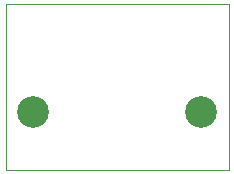
<source format=gbs>
G75*
%MOIN*%
%OFA0B0*%
%FSLAX24Y24*%
%IPPOS*%
%LPD*%
%AMOC8*
5,1,8,0,0,1.08239X$1,22.5*
%
%ADD10C,0.0000*%
%ADD11C,0.1054*%
D10*
X000159Y000130D02*
X000159Y005645D01*
X007598Y005645D01*
X007598Y000130D01*
X000159Y000130D01*
D11*
X001059Y002050D03*
X006689Y002050D03*
M02*

</source>
